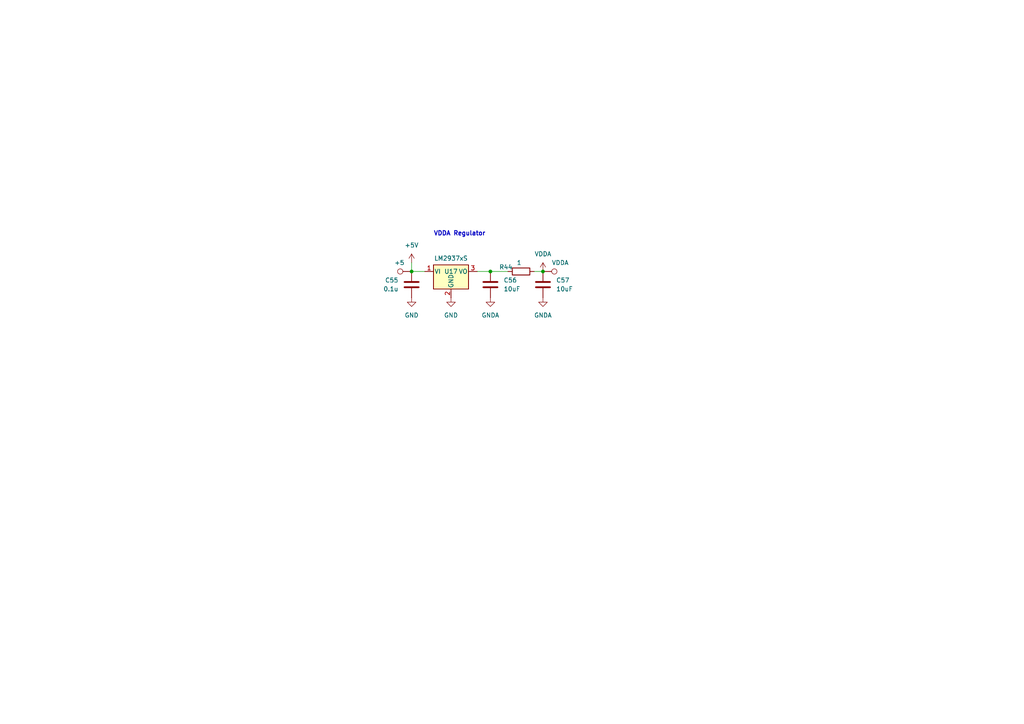
<source format=kicad_sch>
(kicad_sch (version 20250114) (generator "eeschema") (generator_version "9.0")
  (paper "A4")
  (lib_symbols
    (symbol "Connector:TestPoint" (pin_numbers (hide yes)) (pin_names (offset 0.762) (hide yes))
      (property "Reference" "TP" (at 0 6.858 0))
      (property "Value" "TestPoint" (at 0 5.08 0))
      (symbol "TestPoint_0_1"
        (circle (center 0 3.302) (radius 0.762))
      )
      (symbol "TestPoint_1_1"
        (pin passive line (at 0 0 90) (length 2.54) (name "1") (number "1"))
      )
    )
    (symbol "Device:C" (pin_numbers (hide yes)) (pin_names (offset 0.254))
      (property "Reference" "C" (at 0.635 2.54 0))
      (property "Value" "C" (at 0.635 -2.54 0))
      (symbol "C_0_1"
        (polyline (pts (xy -2.032 0.762) (xy 2.032 0.762)) (stroke (width 0.508)))
        (polyline (pts (xy -2.032 -0.762) (xy 2.032 -0.762)) (stroke (width 0.508)))
      )
      (symbol "C_1_1"
        (pin passive line (at 0 3.81 270) (length 2.794) (name "~") (number "1"))
        (pin passive line (at 0 -3.81 90) (length 2.794) (name "~") (number "2"))
      )
    )
    (symbol "Device:R" (pin_numbers (hide yes)) (pin_names (offset 0))
      (property "Reference" "R" (at 2.032 0 90))
      (property "Value" "R" (at 0 0 90))
      (symbol "R_0_1"
        (rectangle (start -1.016 -2.54) (end 1.016 2.54) (stroke (width 0.254)))
      )
      (symbol "R_1_1"
        (pin passive line (at 0 3.81 270) (length 1.27) (name "~") (number "1"))
        (pin passive line (at 0 -3.81 90) (length 1.27) (name "~") (number "2"))
      )
    )
    (symbol "GND_1" (power) (pin_numbers (hide yes)) (pin_names (offset 0) (hide yes))
      (property "Value" "GND" (at 0 -3.81 0))
      (symbol "GND_1_0_1"
        (polyline (pts (xy 0 0) (xy 0 -1.27) (xy 1.27 -1.27) (xy 0 -2.54) (xy -1.27 -1.27) (xy 0 -1.27)))
      )
      (symbol "GND_1_1_1"
        (pin power_in line (at 0 0 270) (length 0) (name "~") (number "1"))
      )
    )
    (symbol "Regulator_Linear:LM2937xS" (pin_names (offset 0.254))
      (property "Reference" "U" (at -3.81 3.175 0))
      (property "Value" "LM2937xS" (at 0 3.175 0))
      (symbol "LM2937xS_0_1"
        (rectangle (start -5.08 -5.08) (end 5.08 1.905) (stroke (width 0.254)) (fill (type background)))
      )
      (symbol "LM2937xS_1_1"
        (pin power_in line (at -7.62 0 0) (length 2.54) (name "VI") (number "1"))
        (pin power_in line (at 0 -7.62 90) (length 2.54) (name "GND") (number "2"))
        (pin power_out line (at 7.62 0 180) (length 2.54) (name "VO") (number "3"))
      )
    )
    (symbol "power:+5V" (power) (pin_names (offset 0))
      (property "Value" "+5V" (at 0 3.556 0))
      (symbol "+5V_0_1"
        (polyline (pts (xy -0.762 1.27) (xy 0 2.54)))
        (polyline (pts (xy 0 2.54) (xy 0.762 1.27)))
        (polyline (pts (xy 0 0) (xy 0 2.54)))
      )
      (symbol "+5V_1_1"
        (pin power_in line (at 0 0 90) (length 0) (hide yes) (name "+5V") (number "1"))
      )
    )
    (symbol "power:GNDA" (power) (pin_names (offset 0))
      (property "Value" "GNDA" (at 0 -3.81 0))
      (symbol "GNDA_0_1"
        (polyline (pts (xy 0 0) (xy 0 -1.27) (xy 1.27 -1.27) (xy 0 -2.54) (xy -1.27 -1.27) (xy 0 -1.27)))
      )
      (symbol "GNDA_1_1"
        (pin power_in line (at 0 0 270) (length 0) (hide yes) (name "GNDA") (number "1"))
      )
    )
    (symbol "power:VDDA" (power) (pin_names (offset 0))
      (property "Value" "VDDA" (at 0 3.81 0))
      (symbol "VDDA_0_1"
        (polyline (pts (xy -0.762 1.27) (xy 0 2.54)))
        (polyline (pts (xy 0 2.54) (xy 0.762 1.27)))
        (polyline (pts (xy 0 0) (xy 0 2.54)))
      )
      (symbol "VDDA_1_1"
        (pin power_in line (at 0 0 90) (length 0) (hide yes) (name "VDDA") (number "1"))
      )
    )
  )
  (text "VDDA Regulator" (at 125.73 68.58 0) (effects (font (size 1.27 1.27) (bold yes)) (justify left bottom)))
  (junction (at 119.38 78.74))
  (junction (at 157.48 78.74))
  (junction (at 142.24 78.74))
  (wire (pts (xy 154.94 78.74) (xy 157.48 78.74)))
  (wire (pts (xy 138.43 78.74) (xy 142.24 78.74)))
  (wire (pts (xy 119.38 76.2) (xy 119.38 78.74)))
  (wire (pts (xy 142.24 78.74) (xy 147.32 78.74)))
  (wire (pts (xy 119.38 78.74) (xy 123.19 78.74)))
  (symbol (lib_id "Connector:TestPoint") (at 119.38 78.74 90) (unit 1)
    (property "Reference" "TP25" (effects (hide yes)))
    (property "Value" "+5" (at 117.348 76.2 90) (effects (justify left)))
    (property "Footprint" "TestPoint:TestPoint_THTPad_D1.0mm_Drill0.5mm" (effects (hide yes)))
  )
  (symbol (lib_id "Device:C") (at 142.24 82.55 0) (unit 1)
    (property "Reference" "C56" (at 146.05 81.28 0) (effects (justify left)))
    (property "Value" "10uF" (at 146.05 83.82 0) (effects (justify left)))
    (property "Footprint" "Capacitor_SMD:C_0805_2012Metric" (effects (hide yes)))
    (property "Datasheet" "https://datasheet.lcsc.com/lcsc/2304140030_Samsung-Electro-Mechanics-CL21A106KAYNNNE_C15850.pdf" (effects (hide yes)))
    (property "LCSC" "C15850" (effects (hide yes)))
  )
  (symbol (lib_id "Device:R") (at 151.13 78.74 270) (unit 1)
    (property "Reference" "R44" (at 144.78 77.47 90) (effects (justify left)))
    (property "Value" "1" (at 149.86 76.2 90) (effects (justify left)))
    (property "Footprint" "Resistor_SMD:R_0805_2012Metric" (effects (hide yes)))
    (property "Datasheet" "https://datasheet.lcsc.com/lcsc/2205311845_UNI-ROYAL-Uniroyal-Elec-0805W8F100KT5E_C25271.pdf" (effects (hide yes)))
    (property "LCSC" "C25271" (effects (hide yes)))
  )
  (symbol (lib_id "power:GNDA") (at 142.24 86.36 0) (unit 1)
    (property "Reference" "#PWR0126" (effects (hide yes)))
    (property "Value" "GNDA" (at 142.24 91.44 0))
  )
  (symbol (lib_id "Connector:TestPoint") (at 157.48 78.74 270) (unit 1)
    (property "Reference" "TP26" (effects (hide yes)))
    (property "Value" "VDDA" (at 160.02 76.2 90) (effects (justify left)))
    (property "Footprint" "TestPoint:TestPoint_THTPad_D1.0mm_Drill0.5mm" (effects (hide yes)))
  )
  (symbol (lib_name "GND_1") (lib_id "power:GND") (at 119.38 86.36 0) (unit 1)
    (property "Reference" "#PWR0124" (effects (hide yes)))
    (property "Value" "GND" (at 119.38 91.44 0))
  )
  (symbol (lib_id "Device:C") (at 119.38 82.55 0) (mirror y) (unit 1)
    (property "Reference" "C55" (at 115.57 81.28 0) (effects (justify left)))
    (property "Value" "0.1u" (at 115.57 83.82 0) (effects (justify left)))
    (property "Footprint" "Capacitor_SMD:C_0805_2012Metric" (effects (hide yes)))
    (property "Datasheet" "https://datasheet.lcsc.com/lcsc/2304140030_YAGEO-CC0805KRX7R9BB104_C49678.pdf" (effects (hide yes)))
    (property "LCSC" "C49678" (effects (hide yes)))
  )
  (symbol (lib_id "power:GNDA") (at 157.48 86.36 0) (unit 1)
    (property "Reference" "#PWR0128" (effects (hide yes)))
    (property "Value" "GNDA" (at 157.48 91.44 0))
  )
  (symbol (lib_name "GND_1") (lib_id "power:GND") (at 130.81 86.36 0) (unit 1)
    (property "Reference" "#PWR0125" (effects (hide yes)))
    (property "Value" "GND" (at 130.81 91.44 0))
  )
  (symbol (lib_id "power:+5V") (at 119.38 76.2 0) (unit 1)
    (property "Reference" "#PWR0123" (effects (hide yes)))
    (property "Value" "+5V" (at 119.38 71.12 0))
  )
  (symbol (lib_id "Device:C") (at 157.48 82.55 0) (unit 1)
    (property "Reference" "C57" (at 161.29 81.28 0) (effects (justify left)))
    (property "Value" "10uF" (at 161.29 83.82 0) (effects (justify left)))
    (property "Footprint" "Capacitor_SMD:C_0805_2012Metric" (effects (hide yes)))
    (property "Datasheet" "https://datasheet.lcsc.com/lcsc/2304140030_Samsung-Electro-Mechanics-CL21A106KAYNNNE_C15850.pdf" (effects (hide yes)))
    (property "LCSC" "C15850" (effects (hide yes)))
  )
  (symbol (lib_id "power:VDDA") (at 157.48 78.74 0) (unit 1)
    (property "Reference" "#PWR0127" (effects (hide yes)))
    (property "Value" "VDDA" (at 157.48 73.66 0))
  )
  (symbol (lib_id "Regulator_Linear:LM2937xS") (at 130.81 78.74 0) (unit 1)
    (property "Reference" "U17" (at 130.81 78.74 0))
    (property "Value" "LM2937xS" (at 130.81 74.93 0))
    (property "Footprint" "Package_TO_SOT_SMD:TO-263-3_TabPin2" (effects (hide yes)))
    (property "Datasheet" "https://wmsc.lcsc.com/wmsc/upload/file/pdf/v2/lcsc/2303021430_HGSEMI-LM2937ES-5-0-TR_C2902486.pdf" (effects (hide yes)))
    (property "LCSC" "C2902486" (effects (hide yes)))
    (property "JLC" "Extended" (effects (hide yes)))
    (property "JLCPCB Rotation Offset" "180" (effects (hide yes)))
  )
)
</source>
